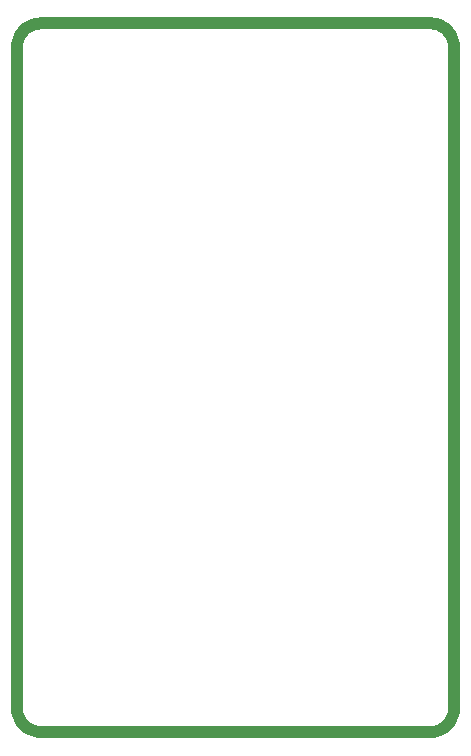
<source format=gko>
G04*
G04 #@! TF.GenerationSoftware,Altium Limited,Altium Designer,21.0.9 (235)*
G04*
G04 Layer_Color=16711935*
%FSLAX25Y25*%
%MOIN*%
G70*
G04*
G04 #@! TF.SameCoordinates,E5CA4AE1-0186-4FD9-A07E-2EFFEE8FE40E*
G04*
G04*
G04 #@! TF.FilePolarity,Positive*
G04*
G01*
G75*
%ADD97C,0.03937*%
D97*
X7874Y236221D02*
X6846Y236153D01*
X5836Y235952D01*
X4861Y235621D01*
X3937Y235166D01*
X3081Y234593D01*
X2306Y233914D01*
X1627Y233140D01*
X1055Y232283D01*
X599Y231360D01*
X268Y230384D01*
X67Y229374D01*
X-0Y228346D01*
X0Y7874D02*
X67Y6846D01*
X268Y5836D01*
X599Y4861D01*
X1055Y3937D01*
X1627Y3081D01*
X2306Y2306D01*
X3081Y1627D01*
X3937Y1055D01*
X4861Y599D01*
X5836Y268D01*
X6846Y67D01*
X7874Y0D01*
X137795Y0D02*
X138823Y67D01*
X139833Y268D01*
X140808Y599D01*
X141732Y1055D01*
X142589Y1627D01*
X143363Y2306D01*
X144042Y3081D01*
X144614Y3937D01*
X145070Y4861D01*
X145401Y5836D01*
X145602Y6846D01*
X145669Y7874D01*
X145669Y228346D02*
X145602Y229374D01*
X145401Y230384D01*
X145070Y231360D01*
X144614Y232283D01*
X144042Y233140D01*
X143363Y233914D01*
X142589Y234593D01*
X141732Y235166D01*
X140808Y235621D01*
X139833Y235952D01*
X138823Y236153D01*
X137795Y236221D01*
X7874D02*
X137795Y236221D01*
X7874D02*
X7874Y236221D01*
X-0Y228346D02*
X0Y7874D01*
X7874Y0D02*
X137795D01*
X145669Y7874D02*
X145669Y228346D01*
M02*

</source>
